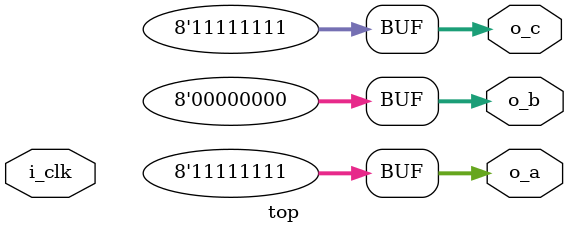
<source format=v>


module top ( i_clk, o_a, o_b, o_c );
  output [7:0] o_a;
  output [7:0] o_b;
  output [7:0] o_c;
  input i_clk;

  assign o_a[7] = 1'b1;
  assign o_a[6] = 1'b1;
  assign o_a[5] = 1'b1;
  assign o_a[4] = 1'b1;
  assign o_a[3] = 1'b1;
  assign o_a[2] = 1'b1;
  assign o_a[1] = 1'b1;
  assign o_a[0] = 1'b1;
  assign o_b[7] = 1'b0;
  assign o_b[6] = 1'b0;
  assign o_b[5] = 1'b0;
  assign o_b[4] = 1'b0;
  assign o_b[3] = 1'b0;
  assign o_b[2] = 1'b0;
  assign o_b[1] = 1'b0;
  assign o_b[0] = 1'b0;
  assign o_c[7] = 1'b1;
  assign o_c[6] = 1'b1;
  assign o_c[5] = 1'b1;
  assign o_c[4] = 1'b1;
  assign o_c[3] = 1'b1;
  assign o_c[2] = 1'b1;
  assign o_c[1] = 1'b1;
  assign o_c[0] = 1'b1;

endmodule


</source>
